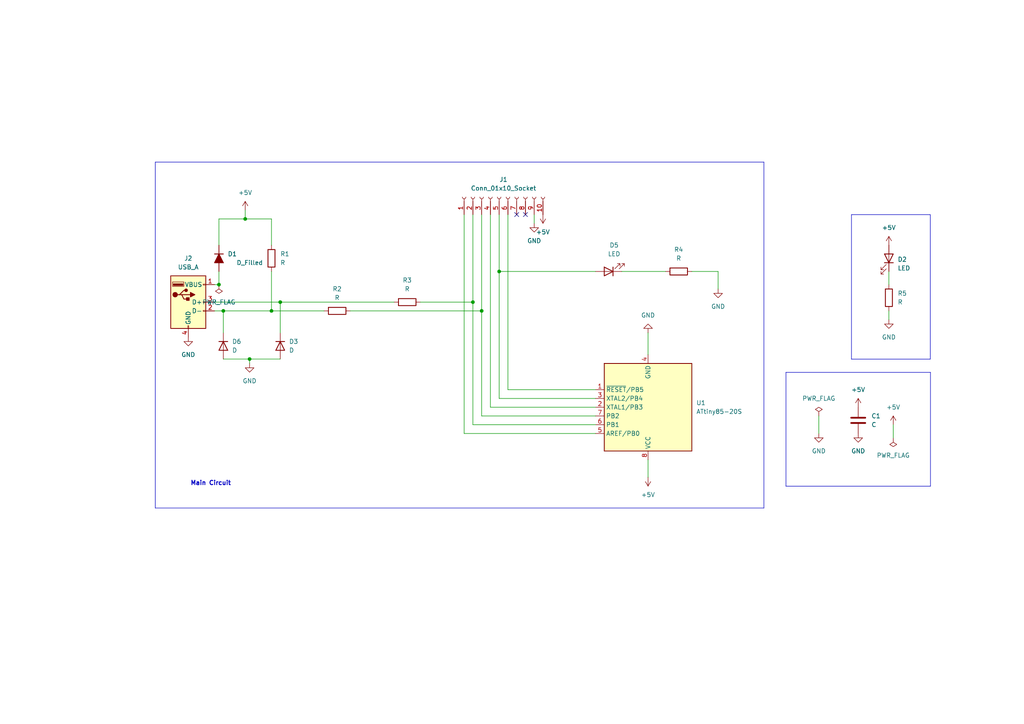
<source format=kicad_sch>
(kicad_sch (version 20230121) (generator eeschema)

  (uuid f2c20679-f28d-47ad-9191-2bfbde129570)

  (paper "A4")

  (lib_symbols
    (symbol "+5V_1" (power) (pin_names (offset 0)) (in_bom yes) (on_board yes)
      (property "Reference" "#PWR" (at 0 -3.81 0)
        (effects (font (size 1.27 1.27)) hide)
      )
      (property "Value" "+5V_1" (at 0 3.556 0)
        (effects (font (size 1.27 1.27)))
      )
      (property "Footprint" "" (at 0 0 0)
        (effects (font (size 1.27 1.27)) hide)
      )
      (property "Datasheet" "" (at 0 0 0)
        (effects (font (size 1.27 1.27)) hide)
      )
      (property "ki_keywords" "global power" (at 0 0 0)
        (effects (font (size 1.27 1.27)) hide)
      )
      (property "ki_description" "Power symbol creates a global label with name \"+5V\"" (at 0 0 0)
        (effects (font (size 1.27 1.27)) hide)
      )
      (symbol "+5V_1_0_1"
        (polyline
          (pts
            (xy -0.762 1.27)
            (xy 0 2.54)
          )
          (stroke (width 0) (type default))
          (fill (type none))
        )
        (polyline
          (pts
            (xy 0 0)
            (xy 0 2.54)
          )
          (stroke (width 0) (type default))
          (fill (type none))
        )
        (polyline
          (pts
            (xy 0 2.54)
            (xy 0.762 1.27)
          )
          (stroke (width 0) (type default))
          (fill (type none))
        )
      )
      (symbol "+5V_1_1_1"
        (pin power_in line (at 0 0 90) (length 0) hide
          (name "+5V" (effects (font (size 1.27 1.27))))
          (number "1" (effects (font (size 1.27 1.27))))
        )
      )
    )
    (symbol "Connector:Conn_01x10_Socket" (pin_names (offset 1.016) hide) (in_bom yes) (on_board yes)
      (property "Reference" "J" (at 0 12.7 0)
        (effects (font (size 1.27 1.27)))
      )
      (property "Value" "Conn_01x10_Socket" (at 0 -15.24 0)
        (effects (font (size 1.27 1.27)))
      )
      (property "Footprint" "" (at 0 0 0)
        (effects (font (size 1.27 1.27)) hide)
      )
      (property "Datasheet" "~" (at 0 0 0)
        (effects (font (size 1.27 1.27)) hide)
      )
      (property "ki_locked" "" (at 0 0 0)
        (effects (font (size 1.27 1.27)))
      )
      (property "ki_keywords" "connector" (at 0 0 0)
        (effects (font (size 1.27 1.27)) hide)
      )
      (property "ki_description" "Generic connector, single row, 01x10, script generated" (at 0 0 0)
        (effects (font (size 1.27 1.27)) hide)
      )
      (property "ki_fp_filters" "Connector*:*_1x??_*" (at 0 0 0)
        (effects (font (size 1.27 1.27)) hide)
      )
      (symbol "Conn_01x10_Socket_1_1"
        (arc (start 0 -12.192) (mid -0.5058 -12.7) (end 0 -13.208)
          (stroke (width 0.1524) (type default))
          (fill (type none))
        )
        (arc (start 0 -9.652) (mid -0.5058 -10.16) (end 0 -10.668)
          (stroke (width 0.1524) (type default))
          (fill (type none))
        )
        (arc (start 0 -7.112) (mid -0.5058 -7.62) (end 0 -8.128)
          (stroke (width 0.1524) (type default))
          (fill (type none))
        )
        (arc (start 0 -4.572) (mid -0.5058 -5.08) (end 0 -5.588)
          (stroke (width 0.1524) (type default))
          (fill (type none))
        )
        (arc (start 0 -2.032) (mid -0.5058 -2.54) (end 0 -3.048)
          (stroke (width 0.1524) (type default))
          (fill (type none))
        )
        (polyline
          (pts
            (xy -1.27 -12.7)
            (xy -0.508 -12.7)
          )
          (stroke (width 0.1524) (type default))
          (fill (type none))
        )
        (polyline
          (pts
            (xy -1.27 -10.16)
            (xy -0.508 -10.16)
          )
          (stroke (width 0.1524) (type default))
          (fill (type none))
        )
        (polyline
          (pts
            (xy -1.27 -7.62)
            (xy -0.508 -7.62)
          )
          (stroke (width 0.1524) (type default))
          (fill (type none))
        )
        (polyline
          (pts
            (xy -1.27 -5.08)
            (xy -0.508 -5.08)
          )
          (stroke (width 0.1524) (type default))
          (fill (type none))
        )
        (polyline
          (pts
            (xy -1.27 -2.54)
            (xy -0.508 -2.54)
          )
          (stroke (width 0.1524) (type default))
          (fill (type none))
        )
        (polyline
          (pts
            (xy -1.27 0)
            (xy -0.508 0)
          )
          (stroke (width 0.1524) (type default))
          (fill (type none))
        )
        (polyline
          (pts
            (xy -1.27 2.54)
            (xy -0.508 2.54)
          )
          (stroke (width 0.1524) (type default))
          (fill (type none))
        )
        (polyline
          (pts
            (xy -1.27 5.08)
            (xy -0.508 5.08)
          )
          (stroke (width 0.1524) (type default))
          (fill (type none))
        )
        (polyline
          (pts
            (xy -1.27 7.62)
            (xy -0.508 7.62)
          )
          (stroke (width 0.1524) (type default))
          (fill (type none))
        )
        (polyline
          (pts
            (xy -1.27 10.16)
            (xy -0.508 10.16)
          )
          (stroke (width 0.1524) (type default))
          (fill (type none))
        )
        (arc (start 0 0.508) (mid -0.5058 0) (end 0 -0.508)
          (stroke (width 0.1524) (type default))
          (fill (type none))
        )
        (arc (start 0 3.048) (mid -0.5058 2.54) (end 0 2.032)
          (stroke (width 0.1524) (type default))
          (fill (type none))
        )
        (arc (start 0 5.588) (mid -0.5058 5.08) (end 0 4.572)
          (stroke (width 0.1524) (type default))
          (fill (type none))
        )
        (arc (start 0 8.128) (mid -0.5058 7.62) (end 0 7.112)
          (stroke (width 0.1524) (type default))
          (fill (type none))
        )
        (arc (start 0 10.668) (mid -0.5058 10.16) (end 0 9.652)
          (stroke (width 0.1524) (type default))
          (fill (type none))
        )
        (pin passive line (at -5.08 10.16 0) (length 3.81)
          (name "Pin_1" (effects (font (size 1.27 1.27))))
          (number "1" (effects (font (size 1.27 1.27))))
        )
        (pin passive line (at -5.08 -12.7 0) (length 3.81)
          (name "Pin_10" (effects (font (size 1.27 1.27))))
          (number "10" (effects (font (size 1.27 1.27))))
        )
        (pin passive line (at -5.08 7.62 0) (length 3.81)
          (name "Pin_2" (effects (font (size 1.27 1.27))))
          (number "2" (effects (font (size 1.27 1.27))))
        )
        (pin passive line (at -5.08 5.08 0) (length 3.81)
          (name "Pin_3" (effects (font (size 1.27 1.27))))
          (number "3" (effects (font (size 1.27 1.27))))
        )
        (pin passive line (at -5.08 2.54 0) (length 3.81)
          (name "Pin_4" (effects (font (size 1.27 1.27))))
          (number "4" (effects (font (size 1.27 1.27))))
        )
        (pin passive line (at -5.08 0 0) (length 3.81)
          (name "Pin_5" (effects (font (size 1.27 1.27))))
          (number "5" (effects (font (size 1.27 1.27))))
        )
        (pin passive line (at -5.08 -2.54 0) (length 3.81)
          (name "Pin_6" (effects (font (size 1.27 1.27))))
          (number "6" (effects (font (size 1.27 1.27))))
        )
        (pin passive line (at -5.08 -5.08 0) (length 3.81)
          (name "Pin_7" (effects (font (size 1.27 1.27))))
          (number "7" (effects (font (size 1.27 1.27))))
        )
        (pin passive line (at -5.08 -7.62 0) (length 3.81)
          (name "Pin_8" (effects (font (size 1.27 1.27))))
          (number "8" (effects (font (size 1.27 1.27))))
        )
        (pin passive line (at -5.08 -10.16 0) (length 3.81)
          (name "Pin_9" (effects (font (size 1.27 1.27))))
          (number "9" (effects (font (size 1.27 1.27))))
        )
      )
    )
    (symbol "D_Filled_1" (pin_numbers hide) (pin_names (offset 1.016) hide) (in_bom yes) (on_board yes)
      (property "Reference" "D" (at 0 2.54 0)
        (effects (font (size 1.27 1.27)))
      )
      (property "Value" "D_Filled" (at 0 -2.54 0)
        (effects (font (size 1.27 1.27)))
      )
      (property "Footprint" "" (at 0 0 0)
        (effects (font (size 1.27 1.27)) hide)
      )
      (property "Datasheet" "~" (at 0 0 0)
        (effects (font (size 1.27 1.27)) hide)
      )
      (property "Sim.Device" "D" (at 0 0 0)
        (effects (font (size 1.27 1.27)) hide)
      )
      (property "Sim.Pins" "1=K 2=A" (at 0 0 0)
        (effects (font (size 1.27 1.27)) hide)
      )
      (property "ki_keywords" "diode" (at 0 0 0)
        (effects (font (size 1.27 1.27)) hide)
      )
      (property "ki_description" "Diode, filled shape" (at 0 0 0)
        (effects (font (size 1.27 1.27)) hide)
      )
      (property "ki_fp_filters" "TO-???* *_Diode_* *SingleDiode* D_*" (at 0 0 0)
        (effects (font (size 1.27 1.27)) hide)
      )
      (symbol "D_Filled_1_0_1"
        (polyline
          (pts
            (xy -1.27 1.27)
            (xy -1.27 -1.27)
          )
          (stroke (width 0.254) (type default))
          (fill (type none))
        )
        (polyline
          (pts
            (xy 1.27 0)
            (xy -1.27 0)
          )
          (stroke (width 0) (type default))
          (fill (type none))
        )
        (polyline
          (pts
            (xy 1.27 1.27)
            (xy 1.27 -1.27)
            (xy -1.27 0)
            (xy 1.27 1.27)
          )
          (stroke (width 0.254) (type default))
          (fill (type outline))
        )
      )
      (symbol "D_Filled_1_1_1"
        (pin passive line (at -3.81 0 0) (length 2.54)
          (name "K" (effects (font (size 1.27 1.27))))
          (number "1" (effects (font (size 1.27 1.27))))
        )
        (pin passive line (at 3.81 0 180) (length 2.54)
          (name "A" (effects (font (size 1.27 1.27))))
          (number "2" (effects (font (size 1.27 1.27))))
        )
      )
    )
    (symbol "Device:C" (pin_numbers hide) (pin_names (offset 0.254)) (in_bom yes) (on_board yes)
      (property "Reference" "C" (at 0.635 2.54 0)
        (effects (font (size 1.27 1.27)) (justify left))
      )
      (property "Value" "C" (at 0.635 -2.54 0)
        (effects (font (size 1.27 1.27)) (justify left))
      )
      (property "Footprint" "" (at 0.9652 -3.81 0)
        (effects (font (size 1.27 1.27)) hide)
      )
      (property "Datasheet" "~" (at 0 0 0)
        (effects (font (size 1.27 1.27)) hide)
      )
      (property "ki_keywords" "cap capacitor" (at 0 0 0)
        (effects (font (size 1.27 1.27)) hide)
      )
      (property "ki_description" "Unpolarized capacitor" (at 0 0 0)
        (effects (font (size 1.27 1.27)) hide)
      )
      (property "ki_fp_filters" "C_*" (at 0 0 0)
        (effects (font (size 1.27 1.27)) hide)
      )
      (symbol "C_0_1"
        (polyline
          (pts
            (xy -2.032 -0.762)
            (xy 2.032 -0.762)
          )
          (stroke (width 0.508) (type default))
          (fill (type none))
        )
        (polyline
          (pts
            (xy -2.032 0.762)
            (xy 2.032 0.762)
          )
          (stroke (width 0.508) (type default))
          (fill (type none))
        )
      )
      (symbol "C_1_1"
        (pin passive line (at 0 3.81 270) (length 2.794)
          (name "~" (effects (font (size 1.27 1.27))))
          (number "1" (effects (font (size 1.27 1.27))))
        )
        (pin passive line (at 0 -3.81 90) (length 2.794)
          (name "~" (effects (font (size 1.27 1.27))))
          (number "2" (effects (font (size 1.27 1.27))))
        )
      )
    )
    (symbol "Device:D" (pin_numbers hide) (pin_names (offset 1.016) hide) (in_bom yes) (on_board yes)
      (property "Reference" "D" (at 0 2.54 0)
        (effects (font (size 1.27 1.27)))
      )
      (property "Value" "D" (at 0 -2.54 0)
        (effects (font (size 1.27 1.27)))
      )
      (property "Footprint" "" (at 0 0 0)
        (effects (font (size 1.27 1.27)) hide)
      )
      (property "Datasheet" "~" (at 0 0 0)
        (effects (font (size 1.27 1.27)) hide)
      )
      (property "Sim.Device" "D" (at 0 0 0)
        (effects (font (size 1.27 1.27)) hide)
      )
      (property "Sim.Pins" "1=K 2=A" (at 0 0 0)
        (effects (font (size 1.27 1.27)) hide)
      )
      (property "ki_keywords" "diode" (at 0 0 0)
        (effects (font (size 1.27 1.27)) hide)
      )
      (property "ki_description" "Diode" (at 0 0 0)
        (effects (font (size 1.27 1.27)) hide)
      )
      (property "ki_fp_filters" "TO-???* *_Diode_* *SingleDiode* D_*" (at 0 0 0)
        (effects (font (size 1.27 1.27)) hide)
      )
      (symbol "D_0_1"
        (polyline
          (pts
            (xy -1.27 1.27)
            (xy -1.27 -1.27)
          )
          (stroke (width 0.254) (type default))
          (fill (type none))
        )
        (polyline
          (pts
            (xy 1.27 0)
            (xy -1.27 0)
          )
          (stroke (width 0) (type default))
          (fill (type none))
        )
        (polyline
          (pts
            (xy 1.27 1.27)
            (xy 1.27 -1.27)
            (xy -1.27 0)
            (xy 1.27 1.27)
          )
          (stroke (width 0.254) (type default))
          (fill (type none))
        )
      )
      (symbol "D_1_1"
        (pin passive line (at -3.81 0 0) (length 2.54)
          (name "K" (effects (font (size 1.27 1.27))))
          (number "1" (effects (font (size 1.27 1.27))))
        )
        (pin passive line (at 3.81 0 180) (length 2.54)
          (name "A" (effects (font (size 1.27 1.27))))
          (number "2" (effects (font (size 1.27 1.27))))
        )
      )
    )
    (symbol "Device:LED" (pin_numbers hide) (pin_names (offset 1.016) hide) (in_bom yes) (on_board yes)
      (property "Reference" "D" (at 0 2.54 0)
        (effects (font (size 1.27 1.27)))
      )
      (property "Value" "LED" (at 0 -2.54 0)
        (effects (font (size 1.27 1.27)))
      )
      (property "Footprint" "" (at 0 0 0)
        (effects (font (size 1.27 1.27)) hide)
      )
      (property "Datasheet" "~" (at 0 0 0)
        (effects (font (size 1.27 1.27)) hide)
      )
      (property "ki_keywords" "LED diode" (at 0 0 0)
        (effects (font (size 1.27 1.27)) hide)
      )
      (property "ki_description" "Light emitting diode" (at 0 0 0)
        (effects (font (size 1.27 1.27)) hide)
      )
      (property "ki_fp_filters" "LED* LED_SMD:* LED_THT:*" (at 0 0 0)
        (effects (font (size 1.27 1.27)) hide)
      )
      (symbol "LED_0_1"
        (polyline
          (pts
            (xy -1.27 -1.27)
            (xy -1.27 1.27)
          )
          (stroke (width 0.254) (type default))
          (fill (type none))
        )
        (polyline
          (pts
            (xy -1.27 0)
            (xy 1.27 0)
          )
          (stroke (width 0) (type default))
          (fill (type none))
        )
        (polyline
          (pts
            (xy 1.27 -1.27)
            (xy 1.27 1.27)
            (xy -1.27 0)
            (xy 1.27 -1.27)
          )
          (stroke (width 0.254) (type default))
          (fill (type none))
        )
        (polyline
          (pts
            (xy -3.048 -0.762)
            (xy -4.572 -2.286)
            (xy -3.81 -2.286)
            (xy -4.572 -2.286)
            (xy -4.572 -1.524)
          )
          (stroke (width 0) (type default))
          (fill (type none))
        )
        (polyline
          (pts
            (xy -1.778 -0.762)
            (xy -3.302 -2.286)
            (xy -2.54 -2.286)
            (xy -3.302 -2.286)
            (xy -3.302 -1.524)
          )
          (stroke (width 0) (type default))
          (fill (type none))
        )
      )
      (symbol "LED_1_1"
        (pin passive line (at -3.81 0 0) (length 2.54)
          (name "K" (effects (font (size 1.27 1.27))))
          (number "1" (effects (font (size 1.27 1.27))))
        )
        (pin passive line (at 3.81 0 180) (length 2.54)
          (name "A" (effects (font (size 1.27 1.27))))
          (number "2" (effects (font (size 1.27 1.27))))
        )
      )
    )
    (symbol "Device:R" (pin_numbers hide) (pin_names (offset 0)) (in_bom yes) (on_board yes)
      (property "Reference" "R" (at 2.032 0 90)
        (effects (font (size 1.27 1.27)))
      )
      (property "Value" "R" (at 0 0 90)
        (effects (font (size 1.27 1.27)))
      )
      (property "Footprint" "" (at -1.778 0 90)
        (effects (font (size 1.27 1.27)) hide)
      )
      (property "Datasheet" "~" (at 0 0 0)
        (effects (font (size 1.27 1.27)) hide)
      )
      (property "ki_keywords" "R res resistor" (at 0 0 0)
        (effects (font (size 1.27 1.27)) hide)
      )
      (property "ki_description" "Resistor" (at 0 0 0)
        (effects (font (size 1.27 1.27)) hide)
      )
      (property "ki_fp_filters" "R_*" (at 0 0 0)
        (effects (font (size 1.27 1.27)) hide)
      )
      (symbol "R_0_1"
        (rectangle (start -1.016 -2.54) (end 1.016 2.54)
          (stroke (width 0.254) (type default))
          (fill (type none))
        )
      )
      (symbol "R_1_1"
        (pin passive line (at 0 3.81 270) (length 1.27)
          (name "~" (effects (font (size 1.27 1.27))))
          (number "1" (effects (font (size 1.27 1.27))))
        )
        (pin passive line (at 0 -3.81 90) (length 1.27)
          (name "~" (effects (font (size 1.27 1.27))))
          (number "2" (effects (font (size 1.27 1.27))))
        )
      )
    )
    (symbol "MCU_Microchip_ATtiny:ATtiny85-20S" (in_bom yes) (on_board yes)
      (property "Reference" "U" (at -12.7 13.97 0)
        (effects (font (size 1.27 1.27)) (justify left bottom))
      )
      (property "Value" "ATtiny85-20S" (at 2.54 -13.97 0)
        (effects (font (size 1.27 1.27)) (justify left top))
      )
      (property "Footprint" "Package_SO:SOIC-8W_5.3x5.3mm_P1.27mm" (at 0 0 0)
        (effects (font (size 1.27 1.27) italic) hide)
      )
      (property "Datasheet" "http://ww1.microchip.com/downloads/en/DeviceDoc/atmel-2586-avr-8-bit-microcontroller-attiny25-attiny45-attiny85_datasheet.pdf" (at 0 0 0)
        (effects (font (size 1.27 1.27)) hide)
      )
      (property "ki_keywords" "AVR 8bit Microcontroller tinyAVR" (at 0 0 0)
        (effects (font (size 1.27 1.27)) hide)
      )
      (property "ki_description" "20MHz, 8kB Flash, 512B SRAM, 512B EEPROM, debugWIRE, SOIC-8W" (at 0 0 0)
        (effects (font (size 1.27 1.27)) hide)
      )
      (property "ki_fp_filters" "SOIC*5.3x5.3mm*P1.27mm*" (at 0 0 0)
        (effects (font (size 1.27 1.27)) hide)
      )
      (symbol "ATtiny85-20S_0_1"
        (rectangle (start -12.7 -12.7) (end 12.7 12.7)
          (stroke (width 0.254) (type default))
          (fill (type background))
        )
      )
      (symbol "ATtiny85-20S_1_1"
        (pin bidirectional line (at 15.24 -5.08 180) (length 2.54)
          (name "~{RESET}/PB5" (effects (font (size 1.27 1.27))))
          (number "1" (effects (font (size 1.27 1.27))))
        )
        (pin bidirectional line (at 15.24 0 180) (length 2.54)
          (name "XTAL1/PB3" (effects (font (size 1.27 1.27))))
          (number "2" (effects (font (size 1.27 1.27))))
        )
        (pin bidirectional line (at 15.24 -2.54 180) (length 2.54)
          (name "XTAL2/PB4" (effects (font (size 1.27 1.27))))
          (number "3" (effects (font (size 1.27 1.27))))
        )
        (pin power_in line (at 0 -15.24 90) (length 2.54)
          (name "GND" (effects (font (size 1.27 1.27))))
          (number "4" (effects (font (size 1.27 1.27))))
        )
        (pin bidirectional line (at 15.24 7.62 180) (length 2.54)
          (name "AREF/PB0" (effects (font (size 1.27 1.27))))
          (number "5" (effects (font (size 1.27 1.27))))
        )
        (pin bidirectional line (at 15.24 5.08 180) (length 2.54)
          (name "PB1" (effects (font (size 1.27 1.27))))
          (number "6" (effects (font (size 1.27 1.27))))
        )
        (pin bidirectional line (at 15.24 2.54 180) (length 2.54)
          (name "PB2" (effects (font (size 1.27 1.27))))
          (number "7" (effects (font (size 1.27 1.27))))
        )
        (pin power_in line (at 0 15.24 270) (length 2.54)
          (name "VCC" (effects (font (size 1.27 1.27))))
          (number "8" (effects (font (size 1.27 1.27))))
        )
      )
    )
    (symbol "power:+5V" (power) (pin_names (offset 0)) (in_bom yes) (on_board yes)
      (property "Reference" "#PWR" (at 0 -3.81 0)
        (effects (font (size 1.27 1.27)) hide)
      )
      (property "Value" "+5V" (at 0 3.556 0)
        (effects (font (size 1.27 1.27)))
      )
      (property "Footprint" "" (at 0 0 0)
        (effects (font (size 1.27 1.27)) hide)
      )
      (property "Datasheet" "" (at 0 0 0)
        (effects (font (size 1.27 1.27)) hide)
      )
      (property "ki_keywords" "global power" (at 0 0 0)
        (effects (font (size 1.27 1.27)) hide)
      )
      (property "ki_description" "Power symbol creates a global label with name \"+5V\"" (at 0 0 0)
        (effects (font (size 1.27 1.27)) hide)
      )
      (symbol "+5V_0_1"
        (polyline
          (pts
            (xy -0.762 1.27)
            (xy 0 2.54)
          )
          (stroke (width 0) (type default))
          (fill (type none))
        )
        (polyline
          (pts
            (xy 0 0)
            (xy 0 2.54)
          )
          (stroke (width 0) (type default))
          (fill (type none))
        )
        (polyline
          (pts
            (xy 0 2.54)
            (xy 0.762 1.27)
          )
          (stroke (width 0) (type default))
          (fill (type none))
        )
      )
      (symbol "+5V_1_1"
        (pin power_in line (at 0 0 90) (length 0) hide
          (name "+5V" (effects (font (size 1.27 1.27))))
          (number "1" (effects (font (size 1.27 1.27))))
        )
      )
    )
    (symbol "power:GND" (power) (pin_names (offset 0)) (in_bom yes) (on_board yes)
      (property "Reference" "#PWR" (at 0 -6.35 0)
        (effects (font (size 1.27 1.27)) hide)
      )
      (property "Value" "GND" (at 0 -3.81 0)
        (effects (font (size 1.27 1.27)))
      )
      (property "Footprint" "" (at 0 0 0)
        (effects (font (size 1.27 1.27)) hide)
      )
      (property "Datasheet" "" (at 0 0 0)
        (effects (font (size 1.27 1.27)) hide)
      )
      (property "ki_keywords" "global power" (at 0 0 0)
        (effects (font (size 1.27 1.27)) hide)
      )
      (property "ki_description" "Power symbol creates a global label with name \"GND\" , ground" (at 0 0 0)
        (effects (font (size 1.27 1.27)) hide)
      )
      (symbol "GND_0_1"
        (polyline
          (pts
            (xy 0 0)
            (xy 0 -1.27)
            (xy 1.27 -1.27)
            (xy 0 -2.54)
            (xy -1.27 -1.27)
            (xy 0 -1.27)
          )
          (stroke (width 0) (type default))
          (fill (type none))
        )
      )
      (symbol "GND_1_1"
        (pin power_in line (at 0 0 270) (length 0) hide
          (name "GND" (effects (font (size 1.27 1.27))))
          (number "1" (effects (font (size 1.27 1.27))))
        )
      )
    )
    (symbol "power:PWR_FLAG" (power) (pin_numbers hide) (pin_names (offset 0) hide) (in_bom yes) (on_board yes)
      (property "Reference" "#FLG" (at 0 1.905 0)
        (effects (font (size 1.27 1.27)) hide)
      )
      (property "Value" "PWR_FLAG" (at 0 3.81 0)
        (effects (font (size 1.27 1.27)))
      )
      (property "Footprint" "" (at 0 0 0)
        (effects (font (size 1.27 1.27)) hide)
      )
      (property "Datasheet" "~" (at 0 0 0)
        (effects (font (size 1.27 1.27)) hide)
      )
      (property "ki_keywords" "flag power" (at 0 0 0)
        (effects (font (size 1.27 1.27)) hide)
      )
      (property "ki_description" "Special symbol for telling ERC where power comes from" (at 0 0 0)
        (effects (font (size 1.27 1.27)) hide)
      )
      (symbol "PWR_FLAG_0_0"
        (pin power_out line (at 0 0 90) (length 0)
          (name "pwr" (effects (font (size 1.27 1.27))))
          (number "1" (effects (font (size 1.27 1.27))))
        )
      )
      (symbol "PWR_FLAG_0_1"
        (polyline
          (pts
            (xy 0 0)
            (xy 0 1.27)
            (xy -1.016 1.905)
            (xy 0 2.54)
            (xy 1.016 1.905)
            (xy 0 1.27)
          )
          (stroke (width 0) (type default))
          (fill (type none))
        )
      )
    )
    (symbol "usb_a_ucc:USB_A" (pin_names (offset 1.016)) (in_bom yes) (on_board yes)
      (property "Reference" "J" (at -5.08 11.43 0)
        (effects (font (size 1.27 1.27)) (justify left))
      )
      (property "Value" "USB_A" (at -5.08 8.89 0)
        (effects (font (size 1.27 1.27)) (justify left))
      )
      (property "Footprint" "" (at 3.81 -1.27 0)
        (effects (font (size 1.27 1.27)) hide)
      )
      (property "Datasheet" " ~" (at 3.81 -1.27 0)
        (effects (font (size 1.27 1.27)) hide)
      )
      (property "ki_keywords" "connector USB" (at 0 0 0)
        (effects (font (size 1.27 1.27)) hide)
      )
      (property "ki_description" "USB Type A connector" (at 0 0 0)
        (effects (font (size 1.27 1.27)) hide)
      )
      (property "ki_fp_filters" "USB*" (at 0 0 0)
        (effects (font (size 1.27 1.27)) hide)
      )
      (symbol "USB_A_0_1"
        (rectangle (start -5.08 -7.62) (end 5.08 7.62)
          (stroke (width 0.254) (type default))
          (fill (type background))
        )
        (circle (center -3.81 2.159) (radius 0.635)
          (stroke (width 0.254) (type default))
          (fill (type outline))
        )
        (rectangle (start -1.524 4.826) (end -4.318 5.334)
          (stroke (width 0) (type default))
          (fill (type outline))
        )
        (rectangle (start -1.27 4.572) (end -4.572 5.842)
          (stroke (width 0) (type default))
          (fill (type none))
        )
        (circle (center -0.635 3.429) (radius 0.381)
          (stroke (width 0.254) (type default))
          (fill (type outline))
        )
        (rectangle (start -0.127 -7.62) (end 0.127 -6.858)
          (stroke (width 0) (type default))
          (fill (type none))
        )
        (polyline
          (pts
            (xy -3.175 2.159)
            (xy -2.54 2.159)
            (xy -1.27 3.429)
            (xy -0.635 3.429)
          )
          (stroke (width 0.254) (type default))
          (fill (type none))
        )
        (polyline
          (pts
            (xy -2.54 2.159)
            (xy -1.905 2.159)
            (xy -1.27 0.889)
            (xy 0 0.889)
          )
          (stroke (width 0.254) (type default))
          (fill (type none))
        )
        (polyline
          (pts
            (xy 0.635 2.794)
            (xy 0.635 1.524)
            (xy 1.905 2.159)
            (xy 0.635 2.794)
          )
          (stroke (width 0.254) (type default))
          (fill (type outline))
        )
        (rectangle (start 0.254 1.27) (end -0.508 0.508)
          (stroke (width 0.254) (type default))
          (fill (type outline))
        )
        (rectangle (start 5.08 -2.667) (end 4.318 -2.413)
          (stroke (width 0) (type default))
          (fill (type none))
        )
        (rectangle (start 5.08 -0.127) (end 4.318 0.127)
          (stroke (width 0) (type default))
          (fill (type none))
        )
        (rectangle (start 5.08 4.953) (end 4.318 5.207)
          (stroke (width 0) (type default))
          (fill (type none))
        )
      )
      (symbol "USB_A_1_1"
        (polyline
          (pts
            (xy -1.905 2.159)
            (xy 0.635 2.159)
          )
          (stroke (width 0.254) (type default))
          (fill (type none))
        )
        (pin power_in line (at 7.62 5.08 180) (length 2.54)
          (name "VBUS" (effects (font (size 1.27 1.27))))
          (number "1" (effects (font (size 1.27 1.27))))
        )
        (pin bidirectional line (at 7.62 -2.54 180) (length 2.54)
          (name "D-" (effects (font (size 1.27 1.27))))
          (number "2" (effects (font (size 1.27 1.27))))
        )
        (pin bidirectional line (at 7.62 0 180) (length 2.54)
          (name "D+" (effects (font (size 1.27 1.27))))
          (number "3" (effects (font (size 1.27 1.27))))
        )
        (pin power_in line (at 0 -10.16 90) (length 2.54)
          (name "GND" (effects (font (size 1.27 1.27))))
          (number "4" (effects (font (size 1.27 1.27))))
        )
      )
    )
  )

  (junction (at 72.39 104.14) (diameter 0) (color 0 0 0 0)
    (uuid 26f063f7-56c5-448b-b237-22b9107d7eb6)
  )
  (junction (at 63.5 82.55) (diameter 0) (color 0 0 0 0)
    (uuid 2dd23988-eb0a-4014-af9b-869b4eba43c6)
  )
  (junction (at 71.12 63.5) (diameter 0) (color 0 0 0 0)
    (uuid 45e23898-725d-4312-9589-842bbc39b85b)
  )
  (junction (at 78.74 90.17) (diameter 0) (color 0 0 0 0)
    (uuid 6b11fe8b-b2bb-48e0-9b64-b41b41a0c676)
  )
  (junction (at 144.78 78.74) (diameter 0) (color 0 0 0 0)
    (uuid 96806013-8ea5-4b62-88b6-bf683cf99bfa)
  )
  (junction (at 64.77 90.17) (diameter 0) (color 0 0 0 0)
    (uuid 9b2e6d95-5784-49e1-81cb-a7519f87608a)
  )
  (junction (at 137.16 87.63) (diameter 0) (color 0 0 0 0)
    (uuid 9cf9018b-16f0-4680-bffb-c7766ffa5c8c)
  )
  (junction (at 81.28 87.63) (diameter 0) (color 0 0 0 0)
    (uuid a8b43570-9fc5-413c-8036-cff3ea765bdb)
  )
  (junction (at 139.7 90.17) (diameter 0) (color 0 0 0 0)
    (uuid adafe745-8f49-42c5-954b-71b3ecc9b1fe)
  )

  (no_connect (at 152.4 62.23) (uuid 1343c2e6-cadc-4444-afda-771bf81877d5))
  (no_connect (at 149.86 62.23) (uuid 30e845ba-843a-4e55-a275-f2668368a6a7))

  (wire (pts (xy 64.77 104.14) (xy 72.39 104.14))
    (stroke (width 0) (type default))
    (uuid 050cc5ea-8b18-4caf-9f6a-8dd026485936)
  )
  (wire (pts (xy 142.24 118.11) (xy 172.72 118.11))
    (stroke (width 0) (type default))
    (uuid 06ad51ad-af8a-46f1-830f-bdc3219bc22d)
  )
  (wire (pts (xy 64.77 90.17) (xy 78.74 90.17))
    (stroke (width 0) (type default))
    (uuid 0d20be3d-41c0-4957-bc6c-ba09fe9944cc)
  )
  (wire (pts (xy 121.92 87.63) (xy 137.16 87.63))
    (stroke (width 0) (type default))
    (uuid 0e8e4d12-6642-4d26-8ce4-c08f3ed5d5fa)
  )
  (wire (pts (xy 62.23 90.17) (xy 64.77 90.17))
    (stroke (width 0) (type default))
    (uuid 11eea925-e28b-46c1-b06e-a2ab42c3181a)
  )
  (polyline (pts (xy 45.0342 147.3454) (xy 45.0342 47.0154))
    (stroke (width 0) (type default))
    (uuid 12c67071-fe67-4f47-a0ca-3ef1ab2bc966)
  )

  (wire (pts (xy 237.49 120.65) (xy 237.49 125.73))
    (stroke (width 0) (type default))
    (uuid 1daa8f65-097a-4c2e-a80d-d29f1393bf55)
  )
  (wire (pts (xy 137.16 123.19) (xy 172.72 123.19))
    (stroke (width 0) (type default))
    (uuid 1e5f9d46-3345-4bcf-b072-be7af43d29a4)
  )
  (polyline (pts (xy 221.5642 47.0154) (xy 221.5642 147.3454))
    (stroke (width 0) (type default))
    (uuid 1f5f82f7-3c3e-40e2-9a00-ce83a042d5ac)
  )

  (wire (pts (xy 78.74 90.17) (xy 93.98 90.17))
    (stroke (width 0) (type default))
    (uuid 204b278b-50e1-48ce-a573-3f6f4b528ffa)
  )
  (wire (pts (xy 63.5 78.74) (xy 63.5 82.55))
    (stroke (width 0) (type default))
    (uuid 21a1db04-b563-4f4d-a815-751d67930891)
  )
  (wire (pts (xy 259.08 123.19) (xy 259.08 127))
    (stroke (width 0) (type default))
    (uuid 22950cd8-6e7f-4a9e-8188-2abd2cb9fdde)
  )
  (wire (pts (xy 147.32 62.23) (xy 147.32 113.03))
    (stroke (width 0) (type default))
    (uuid 284be3c5-2754-4f23-a886-9de1b5fa2924)
  )
  (wire (pts (xy 257.81 78.74) (xy 257.81 82.55))
    (stroke (width 0) (type default))
    (uuid 30ef5d8b-5d1b-49da-9b88-ecb933d7f3d7)
  )
  (wire (pts (xy 187.96 96.52) (xy 187.96 102.87))
    (stroke (width 0) (type default))
    (uuid 32ebb2b0-f94b-420a-b4c3-2aa6c01ac564)
  )
  (wire (pts (xy 187.96 133.35) (xy 187.96 138.43))
    (stroke (width 0) (type default))
    (uuid 3e9e47e4-a5d2-4b8a-bbbc-d936997b8ad4)
  )
  (wire (pts (xy 134.62 125.73) (xy 172.72 125.73))
    (stroke (width 0) (type default))
    (uuid 401bc750-fe5b-42dd-b559-16987d29c663)
  )
  (wire (pts (xy 71.12 60.96) (xy 71.12 63.5))
    (stroke (width 0) (type default))
    (uuid 410248ad-2904-4812-8d85-850535af93ee)
  )
  (wire (pts (xy 63.5 63.5) (xy 63.5 71.12))
    (stroke (width 0) (type default))
    (uuid 4c2df597-1210-449c-9045-650fb6953e19)
  )
  (polyline (pts (xy 269.8242 62.2554) (xy 269.8242 104.1654))
    (stroke (width 0) (type default))
    (uuid 4eb3e81b-c3fe-4e85-853e-9ce32520e02d)
  )

  (wire (pts (xy 63.5 82.55) (xy 62.23 82.55))
    (stroke (width 0) (type default))
    (uuid 5f4b62be-21d3-4130-b0bd-e86b8de670e4)
  )
  (polyline (pts (xy 227.965 108.0008) (xy 269.875 108.0008))
    (stroke (width 0) (type default))
    (uuid 654c2277-b153-442b-b460-0cc1001e1bfe)
  )

  (wire (pts (xy 144.78 115.57) (xy 172.72 115.57))
    (stroke (width 0) (type default))
    (uuid 657e4581-b761-44f3-bfaa-c18b363d762b)
  )
  (wire (pts (xy 78.74 71.12) (xy 78.74 63.5))
    (stroke (width 0) (type default))
    (uuid 665d1084-3d66-40eb-90e9-0b52b7697f60)
  )
  (wire (pts (xy 154.94 62.23) (xy 154.94 64.77))
    (stroke (width 0) (type default))
    (uuid 66bd6bfa-898c-415c-85be-5e8f74e029fd)
  )
  (wire (pts (xy 139.7 90.17) (xy 139.7 120.65))
    (stroke (width 0) (type default))
    (uuid 67f76daf-fbb3-4e58-9495-cfbc7e48d7c9)
  )
  (wire (pts (xy 72.39 104.14) (xy 72.39 105.41))
    (stroke (width 0) (type default))
    (uuid 68fb38a7-afc2-44f4-9ce1-4f3971c91544)
  )
  (wire (pts (xy 139.7 62.23) (xy 139.7 90.17))
    (stroke (width 0) (type default))
    (uuid 6e8de192-cd42-40ef-83c6-aa0993992289)
  )
  (polyline (pts (xy 269.8242 104.1654) (xy 246.9642 104.1654))
    (stroke (width 0) (type default))
    (uuid 73b21d52-5af1-4324-ac82-7fc4e93bc07a)
  )

  (wire (pts (xy 72.39 104.14) (xy 81.28 104.14))
    (stroke (width 0) (type default))
    (uuid 7885cfe7-ced3-4219-b3c9-ac5d8ae2079b)
  )
  (wire (pts (xy 144.78 78.74) (xy 144.78 115.57))
    (stroke (width 0) (type default))
    (uuid 7939dda8-e603-4f82-ad67-e298f2bd63bb)
  )
  (polyline (pts (xy 227.965 141.0208) (xy 227.965 108.0008))
    (stroke (width 0) (type default))
    (uuid 7b5ddeea-8245-4000-8222-3f545ae9a1f4)
  )
  (polyline (pts (xy 221.5642 147.3454) (xy 45.0342 147.3454))
    (stroke (width 0) (type default))
    (uuid 7ebb2a4f-8cb5-40c6-9206-e43704b68921)
  )

  (wire (pts (xy 78.74 63.5) (xy 71.12 63.5))
    (stroke (width 0) (type default))
    (uuid 8de918df-97f3-401f-978b-270bad6ea405)
  )
  (wire (pts (xy 137.16 62.23) (xy 137.16 87.63))
    (stroke (width 0) (type default))
    (uuid 9a31268c-e45e-4086-8576-308067b65e00)
  )
  (wire (pts (xy 81.28 87.63) (xy 114.3 87.63))
    (stroke (width 0) (type default))
    (uuid 9adef4a1-57f8-44e9-8405-94f85f2979a1)
  )
  (wire (pts (xy 200.66 78.74) (xy 208.28 78.74))
    (stroke (width 0) (type default))
    (uuid 9e28d2e3-5eef-42f5-83e7-f33634e56840)
  )
  (wire (pts (xy 257.81 90.17) (xy 257.81 92.71))
    (stroke (width 0) (type default))
    (uuid ac532fc0-a56c-4413-a2f3-3e8c8b131470)
  )
  (wire (pts (xy 71.12 63.5) (xy 63.5 63.5))
    (stroke (width 0) (type default))
    (uuid b11c46b5-30da-4c8b-87c3-78881e57a632)
  )
  (wire (pts (xy 144.78 62.23) (xy 144.78 78.74))
    (stroke (width 0) (type default))
    (uuid b186108e-84ba-4aa3-be4e-e7d5de970d36)
  )
  (wire (pts (xy 147.32 113.03) (xy 172.72 113.03))
    (stroke (width 0) (type default))
    (uuid b3b34849-041f-4b3b-bd00-39a800e93699)
  )
  (wire (pts (xy 180.34 78.74) (xy 193.04 78.74))
    (stroke (width 0) (type default))
    (uuid b44bd434-2e48-4d74-92c3-d103d4a1d77d)
  )
  (wire (pts (xy 139.7 120.65) (xy 172.72 120.65))
    (stroke (width 0) (type default))
    (uuid b5083d1f-2cfe-47b8-8e62-5853a57ccdb0)
  )
  (wire (pts (xy 144.78 78.74) (xy 172.72 78.74))
    (stroke (width 0) (type default))
    (uuid ba7697e1-91b1-42eb-9e08-a450cec0ddec)
  )
  (polyline (pts (xy 246.9642 104.1654) (xy 246.9642 62.2554))
    (stroke (width 0) (type default))
    (uuid c289a2e8-800f-459f-8e02-e4181254dd67)
  )
  (polyline (pts (xy 246.9642 62.2554) (xy 269.8242 62.2554))
    (stroke (width 0) (type default))
    (uuid c5196035-626d-4878-af78-a964605d27be)
  )

  (wire (pts (xy 101.6 90.17) (xy 139.7 90.17))
    (stroke (width 0) (type default))
    (uuid ca8c9a2d-e926-4466-b2c9-8964d252159f)
  )
  (wire (pts (xy 64.77 90.17) (xy 64.77 96.52))
    (stroke (width 0) (type default))
    (uuid cc62abfd-3bc2-428c-8c14-88ba3a9aa77a)
  )
  (wire (pts (xy 78.74 78.74) (xy 78.74 90.17))
    (stroke (width 0) (type default))
    (uuid dac1dc3b-3f11-429c-a481-1a72e5c8bff3)
  )
  (wire (pts (xy 142.24 62.23) (xy 142.24 118.11))
    (stroke (width 0) (type default))
    (uuid db91a372-7648-433b-bd7b-64055fba3e23)
  )
  (wire (pts (xy 208.28 78.74) (xy 208.28 83.82))
    (stroke (width 0) (type default))
    (uuid dfb2ad93-b7a2-4e01-9581-1129334849be)
  )
  (wire (pts (xy 62.23 87.63) (xy 81.28 87.63))
    (stroke (width 0) (type default))
    (uuid e0e73ae3-e2bb-40be-858b-dce9127bccd2)
  )
  (polyline (pts (xy 269.875 108.0008) (xy 269.875 141.0208))
    (stroke (width 0) (type default))
    (uuid eaa8bceb-f274-422b-90fd-fe4877b72009)
  )
  (polyline (pts (xy 45.0342 47.0154) (xy 221.5642 47.0154))
    (stroke (width 0) (type default))
    (uuid ed367599-b43c-449a-9a14-78d4b79558be)
  )

  (wire (pts (xy 81.28 87.63) (xy 81.28 96.52))
    (stroke (width 0) (type default))
    (uuid f1efb41c-db85-495a-bd52-46d1970c9972)
  )
  (polyline (pts (xy 269.875 141.0208) (xy 227.965 141.0208))
    (stroke (width 0) (type default))
    (uuid f518fdf6-0ceb-48a0-bbc6-ad5fd27a602e)
  )

  (wire (pts (xy 137.16 87.63) (xy 137.16 123.19))
    (stroke (width 0) (type default))
    (uuid f73eb6fb-8ce3-43db-a928-92813bc32bf6)
  )
  (wire (pts (xy 134.62 62.23) (xy 134.62 125.73))
    (stroke (width 0) (type default))
    (uuid ffa107f0-a499-47be-ad5c-424dc239de79)
  )

  (text "Main Circuit" (at 55.1942 140.9954 0)
    (effects (font (size 1.27 1.27) (thickness 0.254) bold) (justify left bottom))
    (uuid 39ea4496-1b44-485f-ab4a-73accbcc9f99)
  )

  (symbol (lib_id "power:+5V") (at 259.08 123.19 0) (unit 1)
    (in_bom yes) (on_board yes) (dnp no) (fields_autoplaced)
    (uuid 0491ee3f-9d3e-4fcd-bca0-a04d6b4bd103)
    (property "Reference" "#PWR014" (at 259.08 127 0)
      (effects (font (size 1.27 1.27)) hide)
    )
    (property "Value" "+5V" (at 259.08 118.11 0)
      (effects (font (size 1.27 1.27)))
    )
    (property "Footprint" "" (at 259.08 123.19 0)
      (effects (font (size 1.27 1.27)) hide)
    )
    (property "Datasheet" "" (at 259.08 123.19 0)
      (effects (font (size 1.27 1.27)) hide)
    )
    (pin "1" (uuid 60ed71ed-e826-483b-a5a0-7f4030b4ddaa))
    (instances
      (project "UccMicroDuino"
        (path "/f2c20679-f28d-47ad-9191-2bfbde129570"
          (reference "#PWR014") (unit 1)
        )
      )
    )
  )

  (symbol (lib_id "Device:D") (at 81.28 100.33 90) (mirror x) (unit 1)
    (in_bom yes) (on_board yes) (dnp no) (fields_autoplaced)
    (uuid 05b007cb-1abd-4a15-8403-785cfcb198e9)
    (property "Reference" "D3" (at 83.82 99.06 90)
      (effects (font (size 1.27 1.27)) (justify right))
    )
    (property "Value" "D" (at 83.82 101.6 90)
      (effects (font (size 1.27 1.27)) (justify right))
    )
    (property "Footprint" "Diode_SMD:D_SOD-123" (at 81.28 100.33 0)
      (effects (font (size 1.27 1.27)) hide)
    )
    (property "Datasheet" "~" (at 81.28 100.33 0)
      (effects (font (size 1.27 1.27)) hide)
    )
    (property "Sim.Device" "D" (at 81.28 100.33 0)
      (effects (font (size 1.27 1.27)) hide)
    )
    (property "Sim.Pins" "1=K 2=A" (at 81.28 100.33 0)
      (effects (font (size 1.27 1.27)) hide)
    )
    (pin "1" (uuid 7cc4218a-789f-4db8-8d89-a6df2d04dd80))
    (pin "2" (uuid 282a0b28-3560-4f5b-a54d-742ba673b8a9))
    (instances
      (project "UccMicroDuino"
        (path "/f2c20679-f28d-47ad-9191-2bfbde129570"
          (reference "D3") (unit 1)
        )
      )
    )
  )

  (symbol (lib_id "power:GND") (at 72.39 105.41 0) (unit 1)
    (in_bom yes) (on_board yes) (dnp no) (fields_autoplaced)
    (uuid 06bb3c29-01c5-4e76-ae2d-4d0595db4d7b)
    (property "Reference" "#PWR03" (at 72.39 111.76 0)
      (effects (font (size 1.27 1.27)) hide)
    )
    (property "Value" "GND" (at 72.39 110.49 0)
      (effects (font (size 1.27 1.27)))
    )
    (property "Footprint" "" (at 72.39 105.41 0)
      (effects (font (size 1.27 1.27)) hide)
    )
    (property "Datasheet" "" (at 72.39 105.41 0)
      (effects (font (size 1.27 1.27)) hide)
    )
    (pin "1" (uuid 2861a23c-960a-4dd6-8c2a-089a74ba6070))
    (instances
      (project "UccMicroDuino"
        (path "/f2c20679-f28d-47ad-9191-2bfbde129570"
          (reference "#PWR03") (unit 1)
        )
      )
    )
  )

  (symbol (lib_id "Device:R") (at 196.85 78.74 270) (unit 1)
    (in_bom yes) (on_board yes) (dnp no) (fields_autoplaced)
    (uuid 0b80c10c-2d8e-46eb-be14-6cb4e5a18ad2)
    (property "Reference" "R4" (at 196.85 72.39 90)
      (effects (font (size 1.27 1.27)))
    )
    (property "Value" "R" (at 196.85 74.93 90)
      (effects (font (size 1.27 1.27)))
    )
    (property "Footprint" "Resistor_SMD:R_0612_1632Metric_Pad1.18x3.40mm_HandSolder" (at 196.85 76.962 90)
      (effects (font (size 1.27 1.27)) hide)
    )
    (property "Datasheet" "~" (at 196.85 78.74 0)
      (effects (font (size 1.27 1.27)) hide)
    )
    (pin "1" (uuid 9d39e001-8291-437e-b274-472864ef1e5b))
    (pin "2" (uuid 841347f1-5c90-4f8b-b70e-d9c3f4bed7f7))
    (instances
      (project "UccMicroDuino"
        (path "/f2c20679-f28d-47ad-9191-2bfbde129570"
          (reference "R4") (unit 1)
        )
      )
    )
  )

  (symbol (lib_id "Device:R") (at 97.79 90.17 90) (unit 1)
    (in_bom yes) (on_board yes) (dnp no) (fields_autoplaced)
    (uuid 0fc72232-1b27-47b2-8734-0b3d943a2d30)
    (property "Reference" "R?" (at 97.79 83.82 90)
      (effects (font (size 1.27 1.27)))
    )
    (property "Value" "R" (at 97.79 86.36 90)
      (effects (font (size 1.27 1.27)))
    )
    (property "Footprint" "Resistor_SMD:R_0612_1632Metric_Pad1.18x3.40mm_HandSolder" (at 97.79 91.948 90)
      (effects (font (size 1.27 1.27)) hide)
    )
    (property "Datasheet" "~" (at 97.79 90.17 0)
      (effects (font (size 1.27 1.27)) hide)
    )
    (pin "1" (uuid 0430c87f-8746-43b5-9402-d089631b3c19))
    (pin "2" (uuid f7b65fee-5428-413c-bb1c-bf350aaebf9e))
    (instances
      (project "Clase 1"
        (path "/d394f546-2b81-4713-865a-4e2aa82bb2b3"
          (reference "R?") (unit 1)
        )
      )
      (project "Clase 1"
        (path "/e763c805-2d98-46c7-a7c5-10a127323b27"
          (reference "R2") (unit 1)
        )
      )
      (project "UccMicroDuino"
        (path "/f2c20679-f28d-47ad-9191-2bfbde129570"
          (reference "R2") (unit 1)
        )
      )
    )
  )

  (symbol (lib_id "Device:LED") (at 176.53 78.74 180) (unit 1)
    (in_bom yes) (on_board yes) (dnp no) (fields_autoplaced)
    (uuid 15d0f59d-81ad-4c86-90a7-aeabd1d7fe67)
    (property "Reference" "D5" (at 178.1175 71.12 0)
      (effects (font (size 1.27 1.27)))
    )
    (property "Value" "LED" (at 178.1175 73.66 0)
      (effects (font (size 1.27 1.27)))
    )
    (property "Footprint" "" (at 176.53 78.74 0)
      (effects (font (size 1.27 1.27)) hide)
    )
    (property "Datasheet" "~" (at 176.53 78.74 0)
      (effects (font (size 1.27 1.27)) hide)
    )
    (pin "1" (uuid b58f5afc-7bd3-4abd-acca-ceae54a02fec))
    (pin "2" (uuid 7b0ae3c2-578b-4f85-b2b5-2d250a2321fb))
    (instances
      (project "UccMicroDuino"
        (path "/f2c20679-f28d-47ad-9191-2bfbde129570"
          (reference "D5") (unit 1)
        )
      )
    )
  )

  (symbol (lib_id "Device:R") (at 78.74 74.93 0) (unit 1)
    (in_bom yes) (on_board yes) (dnp no) (fields_autoplaced)
    (uuid 1ad09e81-a9e6-4168-ab8f-f6dc88a2ffca)
    (property "Reference" "R1" (at 81.28 73.66 0)
      (effects (font (size 1.27 1.27)) (justify left))
    )
    (property "Value" "R" (at 81.28 76.2 0)
      (effects (font (size 1.27 1.27)) (justify left))
    )
    (property "Footprint" "Resistor_SMD:R_0612_1632Metric_Pad1.18x3.40mm_HandSolder" (at 76.962 74.93 90)
      (effects (font (size 1.27 1.27)) hide)
    )
    (property "Datasheet" "~" (at 78.74 74.93 0)
      (effects (font (size 1.27 1.27)) hide)
    )
    (pin "1" (uuid 4e7abc82-5fea-48c4-8ea1-9a8328442143))
    (pin "2" (uuid 3db91e4f-0f11-4f40-b079-d1b1281a631f))
    (instances
      (project "Clase 1"
        (path "/e763c805-2d98-46c7-a7c5-10a127323b27"
          (reference "R1") (unit 1)
        )
      )
      (project "UccMicroDuino"
        (path "/f2c20679-f28d-47ad-9191-2bfbde129570"
          (reference "R1") (unit 1)
        )
      )
    )
  )

  (symbol (lib_id "power:PWR_FLAG") (at 237.49 120.65 0) (unit 1)
    (in_bom yes) (on_board yes) (dnp no) (fields_autoplaced)
    (uuid 2f6d7198-4583-4a78-9343-cbae281b183f)
    (property "Reference" "#FLG01" (at 237.49 118.745 0)
      (effects (font (size 1.27 1.27)) hide)
    )
    (property "Value" "PWR_FLAG" (at 237.49 115.57 0)
      (effects (font (size 1.27 1.27)))
    )
    (property "Footprint" "" (at 237.49 120.65 0)
      (effects (font (size 1.27 1.27)) hide)
    )
    (property "Datasheet" "~" (at 237.49 120.65 0)
      (effects (font (size 1.27 1.27)) hide)
    )
    (pin "1" (uuid 0246b8f6-7b24-4d11-95bb-26fde6a5874f))
    (instances
      (project "UccMicroDuino"
        (path "/f2c20679-f28d-47ad-9191-2bfbde129570"
          (reference "#FLG01") (unit 1)
        )
      )
    )
  )

  (symbol (lib_id "power:GND") (at 187.96 96.52 180) (unit 1)
    (in_bom yes) (on_board yes) (dnp no) (fields_autoplaced)
    (uuid 31c87adc-11a2-416b-82a9-f8923af79541)
    (property "Reference" "#PWR05" (at 187.96 90.17 0)
      (effects (font (size 1.27 1.27)) hide)
    )
    (property "Value" "GND" (at 187.96 91.44 0)
      (effects (font (size 1.27 1.27)))
    )
    (property "Footprint" "" (at 187.96 96.52 0)
      (effects (font (size 1.27 1.27)) hide)
    )
    (property "Datasheet" "" (at 187.96 96.52 0)
      (effects (font (size 1.27 1.27)) hide)
    )
    (pin "1" (uuid bfbdc038-e0c6-4558-a2c3-9efce2642cd1))
    (instances
      (project "UccMicroDuino"
        (path "/f2c20679-f28d-47ad-9191-2bfbde129570"
          (reference "#PWR05") (unit 1)
        )
      )
    )
  )

  (symbol (lib_id "MCU_Microchip_ATtiny:ATtiny85-20S") (at 187.96 118.11 180) (unit 1)
    (in_bom yes) (on_board yes) (dnp no) (fields_autoplaced)
    (uuid 333f0dac-2da2-4252-b55d-20da165172bb)
    (property "Reference" "U2" (at 201.93 116.84 0)
      (effects (font (size 1.27 1.27)) (justify right))
    )
    (property "Value" "ATtiny85-20S" (at 201.93 119.38 0)
      (effects (font (size 1.27 1.27)) (justify right))
    )
    (property "Footprint" "Package_SO:SOIC-8W_5.3x5.3mm_P1.27mm" (at 187.96 118.11 0)
      (effects (font (size 1.27 1.27) italic) hide)
    )
    (property "Datasheet" "http://ww1.microchip.com/downloads/en/DeviceDoc/atmel-2586-avr-8-bit-microcontroller-attiny25-attiny45-attiny85_datasheet.pdf" (at 187.96 118.11 0)
      (effects (font (size 1.27 1.27)) hide)
    )
    (pin "1" (uuid 2bbb4599-9cb2-4747-870f-879f1babed57))
    (pin "2" (uuid eeb56f7b-d0c6-4fd7-9355-293ca59ee714))
    (pin "3" (uuid b5ee8104-879d-4a5e-be67-15fd05f24e96))
    (pin "4" (uuid fded7341-9939-4e79-9d9a-67cd7483c2fd))
    (pin "5" (uuid 9f43a793-1b56-4690-932d-acb3046d923f))
    (pin "6" (uuid 867bdd04-f21a-49a6-a575-8d5976d264d6))
    (pin "7" (uuid c18bc8fb-9127-43b5-82b1-ff55bf54bcac))
    (pin "8" (uuid be04e56c-e9ae-45c7-9276-da7e8b3a65bf))
    (instances
      (project "Clase 1"
        (path "/e763c805-2d98-46c7-a7c5-10a127323b27"
          (reference "U2") (unit 1)
        )
      )
      (project "UccMicroDuino"
        (path "/f2c20679-f28d-47ad-9191-2bfbde129570"
          (reference "U1") (unit 1)
        )
      )
    )
  )

  (symbol (lib_id "Connector:Conn_01x10_Socket") (at 144.78 57.15 90) (unit 1)
    (in_bom yes) (on_board yes) (dnp no) (fields_autoplaced)
    (uuid 43f917b8-7bd2-489e-9718-7e0381f2a8f7)
    (property "Reference" "J2" (at 146.05 52.07 90)
      (effects (font (size 1.27 1.27)))
    )
    (property "Value" "Conn_01x10_Socket" (at 146.05 54.61 90)
      (effects (font (size 1.27 1.27)))
    )
    (property "Footprint" "Connector_PinSocket_2.54mm:PinSocket_1x10_P2.54mm_Vertical" (at 144.78 57.15 0)
      (effects (font (size 1.27 1.27)) hide)
    )
    (property "Datasheet" "~" (at 144.78 57.15 0)
      (effects (font (size 1.27 1.27)) hide)
    )
    (pin "1" (uuid 1ad0d284-548c-4c27-9f7e-6f1172cb046b))
    (pin "10" (uuid e88daa34-602c-4e83-9427-aa0dd966ad52))
    (pin "2" (uuid e12f72ec-aa3b-41cf-891c-1a1f2a061f30))
    (pin "3" (uuid cba46278-8e26-49e2-8a18-5c836a1efa69))
    (pin "4" (uuid c31609c3-304a-459d-9a65-5e52e0cdc51e))
    (pin "5" (uuid 475d861d-1e74-4dcb-8bc4-ca5faa9d7e3c))
    (pin "6" (uuid fd1a89f4-a391-4977-947d-86409a468e99))
    (pin "7" (uuid 4c7918ac-0fb5-45a4-a45d-18f6587b7827))
    (pin "8" (uuid 6e9bf377-8b2f-4ca8-9138-4ed8fc92d4db))
    (pin "9" (uuid 128fffcc-ce30-4610-bcf0-b122dc043ef6))
    (instances
      (project "Clase 1"
        (path "/e763c805-2d98-46c7-a7c5-10a127323b27"
          (reference "J2") (unit 1)
        )
      )
      (project "UccMicroDuino"
        (path "/f2c20679-f28d-47ad-9191-2bfbde129570"
          (reference "J1") (unit 1)
        )
      )
    )
  )

  (symbol (lib_id "usb_a_ucc:USB_A") (at 54.61 87.63 0) (unit 1)
    (in_bom yes) (on_board yes) (dnp no) (fields_autoplaced)
    (uuid 4a914636-7452-4967-80da-4163737afcf4)
    (property "Reference" "J2" (at 54.61 74.93 0)
      (effects (font (size 1.27 1.27)))
    )
    (property "Value" "USB_A" (at 54.61 77.47 0)
      (effects (font (size 1.27 1.27)))
    )
    (property "Footprint" "" (at 58.42 88.9 0)
      (effects (font (size 1.27 1.27)) hide)
    )
    (property "Datasheet" " ~" (at 58.42 88.9 0)
      (effects (font (size 1.27 1.27)) hide)
    )
    (pin "1" (uuid 0a6b0473-92bd-4ea3-9470-b767c59e6cd5))
    (pin "2" (uuid 6a25af50-eabb-446d-ba98-bbd1a73cca67))
    (pin "3" (uuid 3af7d3e1-d596-498f-9044-903ce2604e69))
    (pin "4" (uuid 29430487-0bc7-4f8c-ae76-b05f758aa71d))
    (instances
      (project "UccMicroDuino"
        (path "/f2c20679-f28d-47ad-9191-2bfbde129570"
          (reference "J2") (unit 1)
        )
      )
    )
  )

  (symbol (lib_id "Device:R") (at 118.11 87.63 270) (unit 1)
    (in_bom yes) (on_board yes) (dnp no) (fields_autoplaced)
    (uuid 54246dcb-291f-49cb-bd72-83ec149f7717)
    (property "Reference" "R4" (at 118.11 81.28 90)
      (effects (font (size 1.27 1.27)))
    )
    (property "Value" "R" (at 118.11 83.82 90)
      (effects (font (size 1.27 1.27)))
    )
    (property "Footprint" "Resistor_SMD:R_0612_1632Metric_Pad1.18x3.40mm_HandSolder" (at 118.11 85.852 90)
      (effects (font (size 1.27 1.27)) hide)
    )
    (property "Datasheet" "~" (at 118.11 87.63 0)
      (effects (font (size 1.27 1.27)) hide)
    )
    (pin "1" (uuid 385f9722-9258-4dbe-9537-f145f5a75072))
    (pin "2" (uuid 29ca6df9-d564-46ec-9fc8-1347cbcb8aa0))
    (instances
      (project "Clase 1"
        (path "/e763c805-2d98-46c7-a7c5-10a127323b27"
          (reference "R4") (unit 1)
        )
      )
      (project "UccMicroDuino"
        (path "/f2c20679-f28d-47ad-9191-2bfbde129570"
          (reference "R3") (unit 1)
        )
      )
    )
  )

  (symbol (lib_id "power:GND") (at 208.28 83.82 0) (unit 1)
    (in_bom yes) (on_board yes) (dnp no) (fields_autoplaced)
    (uuid 8630a3e3-2a43-43dc-ac81-02fad4610ac6)
    (property "Reference" "#PWR06" (at 208.28 90.17 0)
      (effects (font (size 1.27 1.27)) hide)
    )
    (property "Value" "GND" (at 208.28 88.9 0)
      (effects (font (size 1.27 1.27)))
    )
    (property "Footprint" "" (at 208.28 83.82 0)
      (effects (font (size 1.27 1.27)) hide)
    )
    (property "Datasheet" "" (at 208.28 83.82 0)
      (effects (font (size 1.27 1.27)) hide)
    )
    (pin "1" (uuid 7a768536-da08-4123-8a71-0520ed0729a4))
    (instances
      (project "UccMicroDuino"
        (path "/f2c20679-f28d-47ad-9191-2bfbde129570"
          (reference "#PWR06") (unit 1)
        )
      )
    )
  )

  (symbol (lib_name "+5V_1") (lib_id "power:+5V") (at 71.12 60.96 0) (unit 1)
    (in_bom yes) (on_board yes) (dnp no) (fields_autoplaced)
    (uuid 9ba0b043-84e1-417b-8bdb-24206e617e59)
    (property "Reference" "#PWR03" (at 71.12 64.77 0)
      (effects (font (size 1.27 1.27)) hide)
    )
    (property "Value" "+5V" (at 71.12 55.88 0)
      (effects (font (size 1.27 1.27)))
    )
    (property "Footprint" "" (at 71.12 60.96 0)
      (effects (font (size 1.27 1.27)) hide)
    )
    (property "Datasheet" "" (at 71.12 60.96 0)
      (effects (font (size 1.27 1.27)) hide)
    )
    (pin "1" (uuid 9d43e0d7-9ccb-444f-9b1a-41336065e22f))
    (instances
      (project "Clase 1"
        (path "/e763c805-2d98-46c7-a7c5-10a127323b27"
          (reference "#PWR03") (unit 1)
        )
      )
      (project "UccMicroDuino"
        (path "/f2c20679-f28d-47ad-9191-2bfbde129570"
          (reference "#PWR01") (unit 1)
        )
      )
    )
  )

  (symbol (lib_id "power:+5V") (at 157.48 62.23 180) (unit 1)
    (in_bom yes) (on_board yes) (dnp no) (fields_autoplaced)
    (uuid 9e9f70be-6501-4797-9633-7c0eeed5b069)
    (property "Reference" "#PWR09" (at 157.48 58.42 0)
      (effects (font (size 1.27 1.27)) hide)
    )
    (property "Value" "+5V" (at 157.48 67.31 0)
      (effects (font (size 1.27 1.27)))
    )
    (property "Footprint" "" (at 157.48 62.23 0)
      (effects (font (size 1.27 1.27)) hide)
    )
    (property "Datasheet" "" (at 157.48 62.23 0)
      (effects (font (size 1.27 1.27)) hide)
    )
    (pin "1" (uuid ecea5618-c6c1-4230-b243-f10cb72205d0))
    (instances
      (project "UccMicroDuino"
        (path "/f2c20679-f28d-47ad-9191-2bfbde129570"
          (reference "#PWR09") (unit 1)
        )
      )
    )
  )

  (symbol (lib_id "power:+5V") (at 248.92 118.11 0) (unit 1)
    (in_bom yes) (on_board yes) (dnp no) (fields_autoplaced)
    (uuid 9fa5d13b-26bf-4c71-8e48-faa2213354c0)
    (property "Reference" "#PWR011" (at 248.92 121.92 0)
      (effects (font (size 1.27 1.27)) hide)
    )
    (property "Value" "+5V" (at 248.92 113.03 0)
      (effects (font (size 1.27 1.27)))
    )
    (property "Footprint" "" (at 248.92 118.11 0)
      (effects (font (size 1.27 1.27)) hide)
    )
    (property "Datasheet" "" (at 248.92 118.11 0)
      (effects (font (size 1.27 1.27)) hide)
    )
    (pin "1" (uuid 8bf17396-28d7-482d-bf47-a19c71932d7a))
    (instances
      (project "UccMicroDuino"
        (path "/f2c20679-f28d-47ad-9191-2bfbde129570"
          (reference "#PWR011") (unit 1)
        )
      )
    )
  )

  (symbol (lib_id "power:GND") (at 54.61 97.79 0) (unit 1)
    (in_bom yes) (on_board yes) (dnp no) (fields_autoplaced)
    (uuid aa7dce31-3f3d-4f41-b231-30db6ec1b15e)
    (property "Reference" "#PWR08" (at 54.61 104.14 0)
      (effects (font (size 1.27 1.27)) hide)
    )
    (property "Value" "GND" (at 54.61 102.87 0)
      (effects (font (size 1.27 1.27)))
    )
    (property "Footprint" "" (at 54.61 97.79 0)
      (effects (font (size 1.27 1.27)) hide)
    )
    (property "Datasheet" "" (at 54.61 97.79 0)
      (effects (font (size 1.27 1.27)) hide)
    )
    (pin "1" (uuid 1e1d4b87-b10e-48ab-8c28-82f81f233a60))
    (instances
      (project "UccMicroDuino"
        (path "/f2c20679-f28d-47ad-9191-2bfbde129570"
          (reference "#PWR08") (unit 1)
        )
      )
    )
  )

  (symbol (lib_id "power:PWR_FLAG") (at 63.5 82.55 0) (mirror x) (unit 1)
    (in_bom yes) (on_board yes) (dnp no) (fields_autoplaced)
    (uuid b1e94696-0270-41f2-adce-34a445315055)
    (property "Reference" "#FLG02" (at 63.5 84.455 0)
      (effects (font (size 1.27 1.27)) hide)
    )
    (property "Value" "PWR_FLAG" (at 63.5 87.63 0)
      (effects (font (size 1.27 1.27)))
    )
    (property "Footprint" "" (at 63.5 82.55 0)
      (effects (font (size 1.27 1.27)) hide)
    )
    (property "Datasheet" "~" (at 63.5 82.55 0)
      (effects (font (size 1.27 1.27)) hide)
    )
    (pin "1" (uuid 73cc5db0-72c8-4c5a-b9c7-838f422fc4cd))
    (instances
      (project "UccMicroDuino"
        (path "/f2c20679-f28d-47ad-9191-2bfbde129570"
          (reference "#FLG02") (unit 1)
        )
      )
    )
  )

  (symbol (lib_id "Device:C") (at 248.92 121.92 0) (unit 1)
    (in_bom yes) (on_board yes) (dnp no) (fields_autoplaced)
    (uuid b2051d5d-4407-42e7-aaf5-1a120f2ce1c4)
    (property "Reference" "C1" (at 252.73 120.65 0)
      (effects (font (size 1.27 1.27)) (justify left))
    )
    (property "Value" "C" (at 252.73 123.19 0)
      (effects (font (size 1.27 1.27)) (justify left))
    )
    (property "Footprint" "Capacitor_SMD:C_0805_2012Metric_Pad1.18x1.45mm_HandSolder" (at 249.8852 125.73 0)
      (effects (font (size 1.27 1.27)) hide)
    )
    (property "Datasheet" "~" (at 248.92 121.92 0)
      (effects (font (size 1.27 1.27)) hide)
    )
    (pin "1" (uuid fee9a8c8-4c68-48ae-bcd0-5551ee3877b6))
    (pin "2" (uuid 7051b02c-157d-4b70-9e6a-559e33d7ee46))
    (instances
      (project "UccMicroDuino"
        (path "/f2c20679-f28d-47ad-9191-2bfbde129570"
          (reference "C1") (unit 1)
        )
      )
    )
  )

  (symbol (lib_id "power:+5V") (at 187.96 138.43 180) (unit 1)
    (in_bom yes) (on_board yes) (dnp no) (fields_autoplaced)
    (uuid ba056275-8f49-4b9b-95f9-a0262bed0870)
    (property "Reference" "#PWR04" (at 187.96 134.62 0)
      (effects (font (size 1.27 1.27)) hide)
    )
    (property "Value" "+5V" (at 187.96 143.51 0)
      (effects (font (size 1.27 1.27)))
    )
    (property "Footprint" "" (at 187.96 138.43 0)
      (effects (font (size 1.27 1.27)) hide)
    )
    (property "Datasheet" "" (at 187.96 138.43 0)
      (effects (font (size 1.27 1.27)) hide)
    )
    (pin "1" (uuid 14172107-5034-4754-ae28-17164c18d7fa))
    (instances
      (project "UccMicroDuino"
        (path "/f2c20679-f28d-47ad-9191-2bfbde129570"
          (reference "#PWR04") (unit 1)
        )
      )
    )
  )

  (symbol (lib_id "power:GND") (at 257.81 92.71 0) (unit 1)
    (in_bom yes) (on_board yes) (dnp no) (fields_autoplaced)
    (uuid c4f48a6b-d96a-461e-ba3d-639b650c9ac7)
    (property "Reference" "#PWR010" (at 257.81 99.06 0)
      (effects (font (size 1.27 1.27)) hide)
    )
    (property "Value" "GND" (at 257.81 97.79 0)
      (effects (font (size 1.27 1.27)))
    )
    (property "Footprint" "" (at 257.81 92.71 0)
      (effects (font (size 1.27 1.27)) hide)
    )
    (property "Datasheet" "" (at 257.81 92.71 0)
      (effects (font (size 1.27 1.27)) hide)
    )
    (pin "1" (uuid f0999dd3-5795-482e-a83d-224f4609b618))
    (instances
      (project "UccMicroDuino"
        (path "/f2c20679-f28d-47ad-9191-2bfbde129570"
          (reference "#PWR010") (unit 1)
        )
      )
    )
  )

  (symbol (lib_id "power:GND") (at 248.92 125.73 0) (unit 1)
    (in_bom yes) (on_board yes) (dnp no) (fields_autoplaced)
    (uuid caf04434-c136-4824-a22b-c72a73e40981)
    (property "Reference" "#PWR012" (at 248.92 132.08 0)
      (effects (font (size 1.27 1.27)) hide)
    )
    (property "Value" "GND" (at 248.92 130.81 0)
      (effects (font (size 1.27 1.27)))
    )
    (property "Footprint" "" (at 248.92 125.73 0)
      (effects (font (size 1.27 1.27)) hide)
    )
    (property "Datasheet" "" (at 248.92 125.73 0)
      (effects (font (size 1.27 1.27)) hide)
    )
    (pin "1" (uuid a05eb1cb-b4b6-46d6-b7ed-6d4a9b7f588b))
    (instances
      (project "UccMicroDuino"
        (path "/f2c20679-f28d-47ad-9191-2bfbde129570"
          (reference "#PWR012") (unit 1)
        )
      )
    )
  )

  (symbol (lib_id "power:GND") (at 154.94 64.77 0) (unit 1)
    (in_bom yes) (on_board yes) (dnp no) (fields_autoplaced)
    (uuid d19883db-4827-4914-aca9-c9fcd88f8259)
    (property "Reference" "#PWR07" (at 154.94 71.12 0)
      (effects (font (size 1.27 1.27)) hide)
    )
    (property "Value" "GND" (at 154.94 69.85 0)
      (effects (font (size 1.27 1.27)))
    )
    (property "Footprint" "" (at 154.94 64.77 0)
      (effects (font (size 1.27 1.27)) hide)
    )
    (property "Datasheet" "" (at 154.94 64.77 0)
      (effects (font (size 1.27 1.27)) hide)
    )
    (pin "1" (uuid eea84034-42b0-4413-be64-fb5aec468424))
    (instances
      (project "UccMicroDuino"
        (path "/f2c20679-f28d-47ad-9191-2bfbde129570"
          (reference "#PWR07") (unit 1)
        )
      )
    )
  )

  (symbol (lib_id "power:PWR_FLAG") (at 259.08 127 180) (unit 1)
    (in_bom yes) (on_board yes) (dnp no) (fields_autoplaced)
    (uuid d3c7ca0b-45d7-4666-af71-4ea72955e38f)
    (property "Reference" "#FLG03" (at 259.08 128.905 0)
      (effects (font (size 1.27 1.27)) hide)
    )
    (property "Value" "PWR_FLAG" (at 259.08 132.08 0)
      (effects (font (size 1.27 1.27)))
    )
    (property "Footprint" "" (at 259.08 127 0)
      (effects (font (size 1.27 1.27)) hide)
    )
    (property "Datasheet" "~" (at 259.08 127 0)
      (effects (font (size 1.27 1.27)) hide)
    )
    (pin "1" (uuid 6eb9e9e1-9e14-42c4-ae24-59b06afff70f))
    (instances
      (project "UccMicroDuino"
        (path "/f2c20679-f28d-47ad-9191-2bfbde129570"
          (reference "#FLG03") (unit 1)
        )
      )
    )
  )

  (symbol (lib_id "power:GND") (at 237.49 125.73 0) (unit 1)
    (in_bom yes) (on_board yes) (dnp no) (fields_autoplaced)
    (uuid da8d1e29-d406-4755-8146-94be45744c82)
    (property "Reference" "#PWR013" (at 237.49 132.08 0)
      (effects (font (size 1.27 1.27)) hide)
    )
    (property "Value" "GND" (at 237.49 130.81 0)
      (effects (font (size 1.27 1.27)))
    )
    (property "Footprint" "" (at 237.49 125.73 0)
      (effects (font (size 1.27 1.27)) hide)
    )
    (property "Datasheet" "" (at 237.49 125.73 0)
      (effects (font (size 1.27 1.27)) hide)
    )
    (pin "1" (uuid d627e868-0778-4bc9-b950-3b55577c5030))
    (instances
      (project "UccMicroDuino"
        (path "/f2c20679-f28d-47ad-9191-2bfbde129570"
          (reference "#PWR013") (unit 1)
        )
      )
    )
  )

  (symbol (lib_id "Device:D") (at 64.77 100.33 270) (unit 1)
    (in_bom yes) (on_board yes) (dnp no) (fields_autoplaced)
    (uuid e573838c-4874-48e8-8e42-969f31555601)
    (property "Reference" "D6" (at 67.31 99.06 90)
      (effects (font (size 1.27 1.27)) (justify left))
    )
    (property "Value" "D" (at 67.31 101.6 90)
      (effects (font (size 1.27 1.27)) (justify left))
    )
    (property "Footprint" "Diode_SMD:D_SOD-123" (at 64.77 100.33 0)
      (effects (font (size 1.27 1.27)) hide)
    )
    (property "Datasheet" "~" (at 64.77 100.33 0)
      (effects (font (size 1.27 1.27)) hide)
    )
    (property "Sim.Device" "D" (at 64.77 100.33 0)
      (effects (font (size 1.27 1.27)) hide)
    )
    (property "Sim.Pins" "1=K 2=A" (at 64.77 100.33 0)
      (effects (font (size 1.27 1.27)) hide)
    )
    (pin "1" (uuid 7a521a7d-fd1d-42d9-aa1c-e022839ae601))
    (pin "2" (uuid 71ff8198-0bfa-4041-b323-7436d24238a1))
    (instances
      (project "UccMicroDuino"
        (path "/f2c20679-f28d-47ad-9191-2bfbde129570"
          (reference "D6") (unit 1)
        )
      )
    )
  )

  (symbol (lib_id "Device:LED") (at 257.81 74.93 270) (mirror x) (unit 1)
    (in_bom yes) (on_board yes) (dnp no) (fields_autoplaced)
    (uuid e8752a76-72a8-4e1d-9337-85762a966043)
    (property "Reference" "D2" (at 260.35 75.2475 90)
      (effects (font (size 1.27 1.27)) (justify left))
    )
    (property "Value" "LED" (at 260.35 77.7875 90)
      (effects (font (size 1.27 1.27)) (justify left))
    )
    (property "Footprint" "" (at 257.81 74.93 0)
      (effects (font (size 1.27 1.27)) hide)
    )
    (property "Datasheet" "~" (at 257.81 74.93 0)
      (effects (font (size 1.27 1.27)) hide)
    )
    (pin "1" (uuid c340c158-92a1-4b75-9ac7-ba593287c3d2))
    (pin "2" (uuid 9d90ab10-e34c-4527-ab49-c8325e1e7ca3))
    (instances
      (project "UccMicroDuino"
        (path "/f2c20679-f28d-47ad-9191-2bfbde129570"
          (reference "D2") (unit 1)
        )
      )
    )
  )

  (symbol (lib_name "D_Filled_1") (lib_id "Device:D_Filled") (at 63.5 74.93 270) (unit 1)
    (in_bom yes) (on_board yes) (dnp no)
    (uuid ec363ca7-9f6b-4b25-b8df-2ef26ff06ad9)
    (property "Reference" "D5" (at 66.04 73.66 90)
      (effects (font (size 1.27 1.27)) (justify left))
    )
    (property "Value" "D_Filled" (at 68.58 76.2 90)
      (effects (font (size 1.27 1.27)) (justify left))
    )
    (property "Footprint" "Diode_SMD:D_SOD-123" (at 63.5 74.93 0)
      (effects (font (size 1.27 1.27)) hide)
    )
    (property "Datasheet" "~" (at 63.5 74.93 0)
      (effects (font (size 1.27 1.27)) hide)
    )
    (property "Sim.Device" "D" (at 63.5 74.93 0)
      (effects (font (size 1.27 1.27)) hide)
    )
    (property "Sim.Pins" "1=K 2=A" (at 63.5 74.93 0)
      (effects (font (size 1.27 1.27)) hide)
    )
    (pin "1" (uuid 6a9ce817-a752-4632-ba4e-615c146ce411))
    (pin "2" (uuid 9c15abaf-168c-4e35-97ce-faf743b5bab1))
    (instances
      (project "Clase 1"
        (path "/e763c805-2d98-46c7-a7c5-10a127323b27"
          (reference "D5") (unit 1)
        )
      )
      (project "UccMicroDuino"
        (path "/f2c20679-f28d-47ad-9191-2bfbde129570"
          (reference "D1") (unit 1)
        )
      )
    )
  )

  (symbol (lib_id "Device:R") (at 257.81 86.36 0) (unit 1)
    (in_bom yes) (on_board yes) (dnp no) (fields_autoplaced)
    (uuid f5516e06-2d27-47e3-bc68-d4c45be83ba5)
    (property "Reference" "R5" (at 260.35 85.09 0)
      (effects (font (size 1.27 1.27)) (justify left))
    )
    (property "Value" "R" (at 260.35 87.63 0)
      (effects (font (size 1.27 1.27)) (justify left))
    )
    (property "Footprint" "Resistor_SMD:R_0612_1632Metric_Pad1.18x3.40mm_HandSolder" (at 256.032 86.36 90)
      (effects (font (size 1.27 1.27)) hide)
    )
    (property "Datasheet" "~" (at 257.81 86.36 0)
      (effects (font (size 1.27 1.27)) hide)
    )
    (pin "1" (uuid 4562b048-84b3-49ac-a2f1-3dfc3840f545))
    (pin "2" (uuid 9d87a175-0bff-408a-b7ba-e741885bd45a))
    (instances
      (project "UccMicroDuino"
        (path "/f2c20679-f28d-47ad-9191-2bfbde129570"
          (reference "R5") (unit 1)
        )
      )
    )
  )

  (symbol (lib_id "power:+5V") (at 257.81 71.12 0) (unit 1)
    (in_bom yes) (on_board yes) (dnp no) (fields_autoplaced)
    (uuid f5ea90fa-c43c-4e77-82ae-689bc962494e)
    (property "Reference" "#PWR02" (at 257.81 74.93 0)
      (effects (font (size 1.27 1.27)) hide)
    )
    (property "Value" "+5V" (at 257.81 66.04 0)
      (effects (font (size 1.27 1.27)))
    )
    (property "Footprint" "" (at 257.81 71.12 0)
      (effects (font (size 1.27 1.27)) hide)
    )
    (property "Datasheet" "" (at 257.81 71.12 0)
      (effects (font (size 1.27 1.27)) hide)
    )
    (pin "1" (uuid 1439b362-9605-4db6-a964-e6f3e0b035c6))
    (instances
      (project "UccMicroDuino"
        (path "/f2c20679-f28d-47ad-9191-2bfbde129570"
          (reference "#PWR02") (unit 1)
        )
      )
    )
  )

  (sheet_instances
    (path "/" (page "1"))
  )
)

</source>
